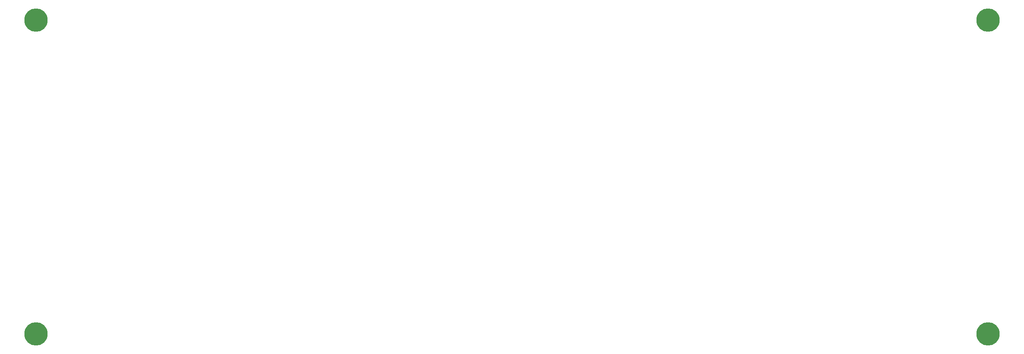
<source format=gbr>
%TF.GenerationSoftware,KiCad,Pcbnew,7.0.10*%
%TF.CreationDate,2024-04-26T10:19:10+01:00*%
%TF.ProjectId,bottom,626f7474-6f6d-42e6-9b69-6361645f7063,rev?*%
%TF.SameCoordinates,Original*%
%TF.FileFunction,Soldermask,Top*%
%TF.FilePolarity,Negative*%
%FSLAX46Y46*%
G04 Gerber Fmt 4.6, Leading zero omitted, Abs format (unit mm)*
G04 Created by KiCad (PCBNEW 7.0.10) date 2024-04-26 10:19:10*
%MOMM*%
%LPD*%
G01*
G04 APERTURE LIST*
%ADD10C,5.500000*%
G04 APERTURE END LIST*
D10*
%TO.C,H4*%
X267000000Y-65000000D03*
%TD*%
%TO.C,H1*%
X43000000Y-65000000D03*
%TD*%
%TO.C,H3*%
X267000000Y-139000000D03*
%TD*%
%TO.C,H2*%
X43000000Y-139000000D03*
%TD*%
M02*

</source>
